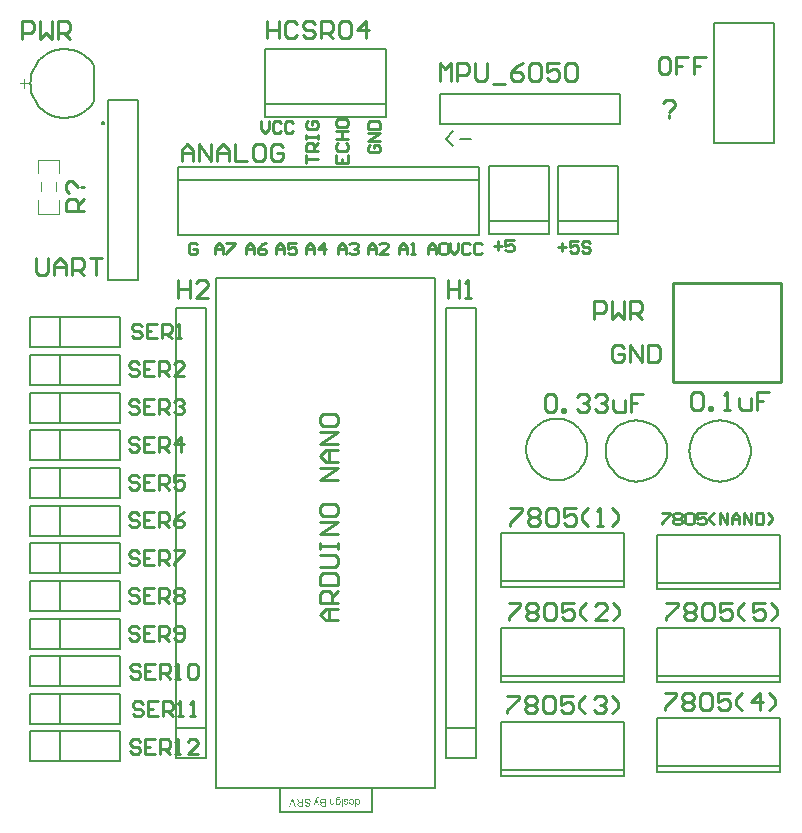
<source format=gto>
%FSTAX23Y23*%
%MOIN*%
%SFA1B1*%

%IPPOS*%
%ADD25C,0.007870*%
%ADD26C,0.005910*%
%ADD27C,0.005000*%
%ADD28C,0.008000*%
%ADD29C,0.002760*%
%ADD30C,0.010000*%
%ADD31C,0.007000*%
%ADD32C,0.004000*%
%ADD33R,0.003940X0.143700*%
%ADD34R,0.004920X0.133860*%
%ADD35R,0.004920X0.122050*%
%ADD36R,0.000980X0.003940*%
%ADD37R,0.000980X0.002950*%
%ADD38R,0.003940X0.109250*%
%ADD39R,0.003940X0.095470*%
%ADD40R,0.003940X0.077760*%
%ADD41R,0.003940X0.054130*%
%LNqudruped_nano-1*%
%LPD*%
G36*
X03885Y00949D02*
X03875D01*
X03874Y00949*
X03874*
X03873Y00949*
X03873Y00949*
X03872Y0095*
X03871Y0095*
X0387Y0095*
X0387*
X0387Y0095*
X0387Y0095*
X0387Y0095*
X03869Y00951*
X03869Y00951*
X03869Y00951*
X03868Y00952*
X03868Y00952*
X03868Y00953*
X03868Y00953*
X03867Y00953*
X03867Y00953*
X03867Y00954*
X03867Y00954*
X03867Y00955*
X03867Y00956*
Y00956*
Y00956*
X03867Y00956*
X03867Y00957*
X03867Y00957*
X03867Y00958*
X03867Y00958*
X03868Y00959*
X03868Y00959*
X03868Y00959*
X03868Y00959*
X03868Y0096*
X03869Y0096*
X03869Y0096*
X0387Y00961*
X0387Y00961*
X0387*
X0387Y00961*
X0387Y00961*
X0387Y00961*
X03869Y00961*
X03869Y00962*
X03868Y00962*
X03868Y00962*
X03867Y00963*
X03867Y00963*
X03867Y00963*
X03867Y00964*
X03866Y00964*
X03866Y00964*
X03866Y00965*
X03866Y00966*
X03866Y00966*
X03865Y00967*
Y00967*
Y00968*
X03866Y00968*
X03866Y00968*
X03866Y00969*
X03866Y00969*
X03866Y0097*
X03866Y00971*
X03866Y00971*
X03866Y00971*
X03867Y00971*
X03867Y00971*
X03867Y00972*
X03867Y00972*
X03868Y00973*
X03868Y00973*
X03868Y00973*
X03868Y00973*
X03869Y00973*
X03869Y00973*
X03869Y00974*
X0387Y00974*
X0387Y00974*
X03871Y00974*
X03871*
X03871Y00974*
X03872Y00974*
X03872Y00974*
X03873Y00974*
X03873Y00974*
X03874Y00975*
X03885*
Y00949*
G37*
G36*
X03914Y00956D02*
X03911D01*
Y00959*
X03911Y00959*
X03911Y00959*
X03911Y00959*
X03911Y00958*
X03911Y00958*
X03911Y00958*
X0391Y00958*
X0391Y00957*
X03909Y00957*
X03909Y00957*
X03909Y00956*
X03908Y00956*
X03908Y00956*
X03907Y00956*
X03906Y00956*
X03906Y00956*
X03905*
X03905Y00956*
X03905Y00956*
X03904Y00956*
X03904Y00956*
X03903Y00956*
X03903Y00956*
X03902Y00956*
X03902Y00957*
X03902Y00957*
X03902Y00957*
X03901Y00957*
X03901Y00957*
X03901Y00958*
X039Y00958*
X039Y00958*
X039Y00958*
X039Y00958*
X039Y00959*
X039Y00959*
X039Y00959*
X039Y0096*
X039Y0096*
Y0096*
X03899Y0096*
X03899Y00961*
X03899Y00961*
Y00961*
X03899Y00962*
X03899Y00963*
Y00963*
Y00975*
X03902*
Y00963*
Y00963*
Y00963*
Y00963*
Y00963*
X03902Y00962*
X03903Y00962*
X03903Y00961*
X03903Y00961*
X03903Y00961*
Y00961*
X03903Y0096*
X03903Y0096*
X03903Y0096*
X03903Y0096*
X03904Y0096*
X03904Y00959*
X03904Y00959*
X03904Y00959*
X03904Y00959*
X03904Y00959*
X03905Y00959*
X03905Y00959*
X03905Y00959*
X03906Y00959*
X03906Y00958*
X03907*
X03907Y00959*
X03907Y00959*
X03908Y00959*
X03908Y00959*
X03909Y00959*
X0391Y0096*
X0391Y0096*
X0391Y0096*
X0391Y0096*
X0391Y00961*
X0391Y00961*
X0391Y00961*
X03911Y00961*
X03911Y00962*
X03911Y00962*
X03911Y00963*
X03911Y00963*
X03911Y00964*
Y00965*
Y00975*
X03914*
Y00956*
G37*
G36*
X03787Y00949D02*
X03784D01*
X03777Y00968*
Y00968*
X03777Y00968*
X03777Y00968*
X03777Y00968*
X03777Y00968*
X03777Y00969*
X03776Y0097*
X03776Y0097*
X03776Y00972*
Y00972*
X03776Y00972*
X03776Y00972*
X03776Y00971*
X03775Y00971*
X03775Y0097*
X03775Y0097*
X03775Y00969*
X03775Y00968*
X03774Y00968*
X03767Y00949*
X03764*
X03774Y00975*
X03777*
X03787Y00949*
G37*
G36*
X03972Y00975D02*
X03972Y00975D01*
X03973Y00975*
X03973Y00975*
X03973Y00975*
X03974Y00974*
X03975Y00974*
X03975Y00974*
X03976Y00974*
X03977Y00973*
X03977Y00973*
X03977Y00972*
X03978Y00972*
X03978Y00972*
X03978Y00972*
X03978Y00972*
X03978Y00972*
X03978Y00971*
X03978Y00971*
X03979Y00971*
X03979Y0097*
X03979Y0097*
X03979Y00969*
X03979Y00969*
X0398Y00968*
X0398Y00967*
X0398Y00966*
X0398Y00966*
Y00966*
Y00965*
Y00965*
X0398Y00965*
X0398Y00964*
X0398Y00964*
X0398Y00963*
X03979Y00963*
X03979Y00962*
X03979Y00961*
X03979Y00961*
X03979Y0096*
X03978Y00959*
X03978Y00959*
X03977Y00958*
X03977Y00958*
X03977Y00958*
X03977Y00958*
X03977Y00958*
X03977Y00958*
X03977Y00958*
X03976Y00957*
X03976Y00957*
X03975Y00957*
X03975Y00957*
X03974Y00956*
X03974Y00956*
X03973Y00956*
X03973Y00956*
X03972Y00956*
X03971Y00956*
X03971*
X03971Y00956*
X0397Y00956*
X0397Y00956*
X0397Y00956*
X03969Y00956*
X03968Y00956*
X03968Y00957*
X03967Y00957*
X03967Y00957*
X03966Y00957*
X03966Y00958*
X03965Y00958*
X03965Y00958*
X03965Y00958*
X03965Y00959*
X03965Y00959*
X03965Y00959*
X03965Y00959*
X03964Y0096*
X03964Y0096*
X03964Y00961*
X03964Y00961*
X03964Y00962*
X03963Y00962*
X03963Y00963*
X03963Y00964*
X03963Y00965*
X03963Y00965*
Y00965*
Y00966*
Y00966*
X03963Y00966*
X03977*
Y00966*
Y00966*
X03977Y00966*
Y00967*
X03977Y00967*
X03977Y00967*
X03976Y00968*
X03976Y00969*
X03976Y00969*
X03975Y0097*
X03975Y00971*
X03975Y00971*
X03975Y00971*
X03974Y00971*
X03974Y00972*
X03973Y00972*
X03973Y00972*
X03972Y00972*
X03971Y00972*
X03971*
X03971Y00972*
X0397Y00972*
X0397Y00972*
X03969Y00972*
X03969Y00972*
X03968Y00972*
X03968Y00971*
X03968Y00971*
X03968Y00971*
X03968Y00971*
X03967Y0097*
X03967Y0097*
X03967Y00969*
X03966Y00969*
X03963Y00969*
Y00969*
X03963Y00969*
X03963Y00969*
X03963Y00969*
X03963Y0097*
X03963Y0097*
X03964Y00971*
X03964Y00971*
X03965Y00972*
X03965Y00973*
X03966Y00973*
X03966*
X03966Y00973*
X03966Y00974*
X03966Y00974*
X03966Y00974*
X03967Y00974*
X03967Y00974*
X03967Y00974*
X03968Y00974*
X03969Y00975*
X0397Y00975*
X03971Y00975*
X03972*
X03972Y00975*
G37*
G36*
X03942Y00956D02*
X03938D01*
Y00975*
X03942*
Y00956*
G37*
G36*
Y00949D02*
X03938D01*
Y00953*
X03942*
Y00949*
G37*
G36*
X03992Y00975D02*
X03992Y00975D01*
X03993Y00975*
X03994Y00975*
X03994Y00974*
X03995Y00974*
X03996Y00974*
X03996*
X03996Y00974*
X03996Y00974*
X03996Y00973*
X03997Y00973*
X03997Y00972*
X03998Y00972*
X03998Y00971*
X03999Y0097*
Y0097*
X03999Y0097*
X03999Y0097*
X03999Y0097*
X03999Y0097*
X03999Y0097*
X03999Y00969*
X03999Y00968*
X03999Y00967*
X03999Y00966*
X04Y00965*
Y00965*
Y00965*
Y00965*
Y00965*
X03999Y00965*
Y00964*
X03999Y00964*
X03999Y00963*
X03999Y00962*
X03999Y00961*
X03999Y0096*
Y0096*
X03999Y0096*
X03999Y0096*
X03998Y0096*
X03998Y0096*
X03998Y00959*
X03998Y00959*
X03997Y00958*
X03997Y00957*
X03996Y00957*
X03996*
X03996Y00957*
X03996Y00957*
X03995Y00957*
X03995Y00956*
X03994Y00956*
X03993Y00956*
X03993Y00956*
X03992Y00956*
X03992*
X03991Y00956*
X03991Y00956*
X0399Y00956*
X0399Y00956*
X03989Y00956*
X03989Y00957*
X03989Y00957*
X03989Y00957*
X03988Y00957*
X03988Y00957*
X03988Y00957*
X03987Y00958*
X03987Y00958*
X03987Y00958*
Y00949*
X03984*
Y00975*
X03987*
Y00972*
X03987Y00972*
X03987Y00972*
X03987Y00972*
X03987Y00973*
X03987Y00973*
X03987Y00973*
X03988Y00973*
X03988Y00974*
X03988Y00974*
X03989Y00974*
X03989Y00974*
X03989Y00975*
X0399Y00975*
X0399Y00975*
X03991Y00975*
X03992Y00975*
X03992*
X03992Y00975*
G37*
G36*
X03928Y00982D02*
X03928D01*
X03928Y00982*
X03929Y00982*
X0393Y00982*
X03931Y00981*
X03932Y00981*
X03932Y0098*
X03932*
X03932Y0098*
X03933Y0098*
X03933Y0098*
X03933Y00979*
X03934Y00979*
X03934Y00978*
X03934Y00977*
X03934Y00977*
Y00976*
X03931Y00976*
Y00977*
X03931Y00977*
X03931Y00977*
X03931Y00977*
X03931Y00978*
X03931Y00978*
X03931Y00978*
X0393Y00978*
X0393Y00978*
X0393Y00979*
X0393Y00979*
X03929Y00979*
X03929Y00979*
X03928Y00979*
X03928Y00979*
X03927Y00979*
X03927*
X03926Y00979*
X03926Y00979*
X03925Y00979*
X03925Y00979*
X03924Y00979*
X03924Y00978*
X03924Y00978*
X03924Y00978*
X03923Y00978*
X03923Y00978*
X03923Y00977*
X03923Y00977*
X03922Y00977*
X03922Y00976*
Y00976*
X03922Y00976*
X03922Y00976*
X03922Y00975*
X03922Y00975*
Y00974*
X03922Y00974*
Y00974*
Y00973*
Y00973*
Y00972*
X03922Y00972*
X03922Y00972*
X03922Y00972*
X03922Y00973*
X03923Y00973*
X03923Y00973*
X03923Y00973*
X03924Y00974*
X03925Y00974*
X03925Y00974*
X03926Y00974*
X03927Y00974*
X03927Y00975*
X03927*
X03928Y00974*
X03928Y00974*
X03928Y00974*
X03929Y00974*
X03929Y00974*
X0393Y00974*
X0393Y00974*
X03931Y00974*
X03931Y00973*
X03932Y00973*
X03932Y00973*
X03932Y00972*
X03933Y00972*
X03933Y00972*
X03933Y00972*
X03933Y00972*
X03933Y00971*
X03933Y00971*
X03934Y00971*
X03934Y0097*
X03934Y0097*
X03934Y0097*
X03934Y00969*
X03934Y00968*
X03935Y00968*
X03935Y00967*
X03935Y00966*
X03935Y00965*
Y00965*
Y00965*
Y00965*
Y00965*
X03935Y00965*
Y00964*
X03935Y00964*
X03935Y00963*
X03935Y00962*
X03934Y00961*
X03934Y0096*
Y0096*
X03934Y0096*
X03934Y0096*
X03934Y0096*
X03934Y0096*
X03933Y00959*
X03933Y00959*
X03932Y00958*
X03932Y00958*
X03931Y00957*
X03931*
X03931Y00957*
X03931Y00957*
X03931Y00957*
X03931Y00957*
X0393Y00956*
X03929Y00956*
X03929Y00956*
X03928Y00956*
X03927Y00956*
X03927*
X03927Y00956*
X03926Y00956*
X03926Y00956*
X03925Y00956*
X03925Y00956*
X03924Y00956*
X03924Y00957*
X03923Y00957*
X03923Y00957*
X03923Y00958*
X03922Y00958*
X03922Y00958*
Y00956*
X03919*
Y00972*
Y00972*
Y00972*
Y00972*
Y00973*
X03919Y00973*
Y00973*
X03919Y00974*
X03919Y00974*
X03919Y00975*
X03919Y00976*
X03919Y00977*
X0392Y00978*
X0392Y00978*
Y00978*
X0392Y00978*
X0392Y00978*
X0392Y00979*
X0392Y00979*
X03921Y0098*
X03921Y0098*
X03922Y0098*
X03922Y00981*
X03923*
X03923Y00981*
X03923Y00981*
X03923Y00981*
X03923Y00981*
X03924Y00981*
X03924Y00982*
X03925Y00982*
X03926Y00982*
X03927Y00982*
X03927*
X03928Y00982*
G37*
G36*
X0386D02*
X0386D01*
X0386Y00982*
X03861Y00982*
X03861Y00982*
X03862Y00979*
X03862*
X03862Y00979*
X03861Y00979*
X03861Y00979*
X03861Y00979*
X0386Y00979*
X0386*
X0386Y00979*
X03859*
X03859Y00979*
X03859Y00979*
X03858Y00979*
X03858*
X03858Y00979*
X03858Y00978*
X03858Y00978*
X03858Y00978*
X03857Y00978*
Y00978*
X03857Y00977*
X03857Y00977*
X03857Y00977*
X03857Y00977*
X03857Y00976*
X03857Y00976*
X03856Y00975*
X03856Y00975*
X03856Y00975*
X03856Y00975*
X03856Y00975*
X03863Y00956*
X0386*
X03856Y00967*
Y00967*
X03856Y00967*
X03856Y00967*
X03856Y00967*
X03856Y00968*
X03855Y00968*
X03855Y00969*
X03855Y00969*
X03855Y0097*
X03855Y00971*
Y00971*
X03855Y00971*
Y00971*
X03854Y00971*
X03854Y0097*
X03854Y0097*
X03854Y00969*
X03854Y00968*
X03854Y00968*
X03853Y00967*
X03849Y00956*
X03846*
X03853Y00975*
Y00975*
X03853Y00975*
X03853Y00975*
X03853Y00975*
X03854Y00976*
X03854Y00976*
X03854Y00976*
X03854Y00977*
X03854Y00978*
X03855Y00978*
X03855Y00979*
X03855Y00979*
X03855Y00979*
X03855Y00979*
X03855Y00979*
X03856Y0098*
X03856Y0098*
X03856Y00981*
X03857Y00981*
X03857Y00981*
X03857Y00981*
X03857Y00981*
X03857Y00981*
X03858Y00982*
X03858Y00982*
X03858Y00982*
X03859Y00982*
X03859Y00982*
X0386*
X0386Y00982*
G37*
G36*
X03825Y00975D02*
X03825D01*
X03825Y00975*
X03826Y00975*
X03827Y00975*
X03828Y00975*
X03829Y00974*
X0383Y00974*
X0383*
X0383Y00974*
X0383Y00974*
X0383Y00974*
X0383Y00974*
X03831Y00973*
X03832Y00973*
X03832Y00972*
X03833Y00972*
X03833Y00971*
Y00971*
X03833Y00971*
X03833Y00971*
X03833Y00971*
X03834Y0097*
X03834Y0097*
X03834Y0097*
X03834Y00969*
X03834Y00968*
X03835Y00967*
X03835Y00966*
X03831Y00966*
Y00966*
Y00966*
X03831Y00966*
X03831Y00967*
X03831Y00967*
X03831Y00968*
X03831Y00968*
X03831Y00969*
X0383Y00969*
X0383Y00969*
X0383Y00969*
X0383Y0097*
X0383Y0097*
X03829Y0097*
X03829Y00971*
X03828Y00971*
X03828Y00971*
X03828*
X03828Y00971*
X03828Y00971*
X03827Y00971*
X03827Y00972*
X03826Y00972*
X03826Y00972*
X03825Y00972*
X03824Y00972*
X03824*
X03823Y00972*
X03823Y00972*
X03822Y00972*
X03822Y00972*
X03821Y00972*
X03821Y00971*
X03821Y00971*
X0382Y00971*
X0382Y00971*
X0382Y00971*
X03819Y00971*
X03819Y00971*
X03819Y0097*
X03818Y0097*
X03818Y0097*
X03818Y0097*
X03818Y00969*
X03818Y00969*
X03818Y00969*
X03818Y00969*
X03818Y00968*
X03818Y00968*
Y00968*
Y00968*
X03818Y00967*
X03818Y00967*
X03818Y00967*
X03818Y00966*
X03818Y00966*
X03818Y00966*
X03818Y00966*
X03819Y00965*
X03819Y00965*
X03819Y00965*
X03819Y00965*
X0382Y00965*
X0382Y00964*
X03821Y00964*
X03821Y00964*
X03821Y00964*
X03821Y00964*
X03821Y00964*
X03822Y00964*
X03822Y00964*
X03822Y00964*
X03823Y00964*
X03823Y00963*
X03823Y00963*
X03824Y00963*
X03825Y00963*
X03825Y00963*
X03825*
X03825Y00963*
X03826Y00963*
X03826Y00963*
X03826Y00963*
X03826Y00963*
X03827Y00962*
X03828Y00962*
X03829Y00962*
X03829Y00962*
X0383Y00961*
X0383Y00961*
X0383*
X0383Y00961*
X0383Y00961*
X03831Y00961*
X03831Y00961*
X03832Y0096*
X03832Y0096*
X03832Y00959*
X03833Y00959*
X03833Y00959*
X03833Y00959*
X03833Y00958*
X03833Y00958*
X03833Y00958*
X03833Y00957*
X03834Y00956*
X03834Y00956*
Y00956*
Y00956*
Y00956*
Y00955*
X03834Y00955*
X03833Y00955*
X03833Y00954*
X03833Y00954*
X03833Y00953*
X03833Y00952*
Y00952*
X03833Y00952*
X03832Y00952*
X03832Y00952*
X03832Y00951*
X03831Y00951*
X03831Y00951*
X0383Y0095*
X03829Y0095*
X03829*
X03829Y0095*
X03829Y0095*
X03829Y0095*
X03829Y0095*
X03829Y00949*
X03828Y00949*
X03827Y00949*
X03827Y00949*
X03826Y00949*
X03825Y00949*
X03824*
X03824Y00949*
X03824*
X03823Y00949*
X03822Y00949*
X03822Y00949*
X03821Y00949*
X0382Y0095*
X0382*
X0382Y0095*
X0382Y0095*
X0382Y0095*
X03819Y0095*
X03819Y0095*
X03818Y00951*
X03818Y00951*
X03817Y00952*
X03817Y00952*
X03817Y00953*
X03816Y00953*
X03816Y00953*
X03816Y00954*
X03816Y00954*
X03816Y00955*
X03815Y00956*
X03815Y00956*
X03818Y00957*
Y00957*
Y00956*
X03819Y00956*
X03819Y00956*
X03819Y00956*
X03819Y00955*
X03819Y00955*
X03819Y00954*
X0382Y00954*
X0382Y00953*
X0382Y00953*
X03821Y00953*
X03821Y00953*
X03821Y00952*
X03822Y00952*
X03823Y00952*
X03824Y00952*
X03825Y00952*
X03825*
X03825Y00952*
X03826*
X03826Y00952*
X03827Y00952*
X03828Y00952*
X03828Y00953*
X03829Y00953*
X03829Y00953*
X03829Y00953*
X03829Y00953*
X03829Y00953*
X0383Y00954*
X0383Y00954*
X0383Y00955*
X0383Y00955*
X0383Y00956*
Y00956*
Y00956*
X0383Y00956*
X0383Y00956*
X0383Y00957*
X0383Y00957*
X0383Y00957*
X03829Y00958*
X03829Y00958*
X03829Y00958*
X03829Y00958*
X03829Y00958*
X03829Y00958*
X03828Y00958*
X03828Y00959*
X03828Y00959*
X03827Y00959*
X03827Y00959*
X03826Y00959*
X03826Y00959*
X03825Y00959*
X03824Y0096*
X03824*
X03824Y0096*
X03824Y0096*
X03824Y0096*
X03823Y0096*
X03823Y0096*
X03822Y0096*
X03821Y0096*
X0382Y00961*
X0382Y00961*
X0382Y00961*
X03819Y00961*
X03819Y00961*
X03819*
X03819Y00961*
X03819Y00961*
X03818Y00961*
X03818Y00962*
X03818Y00962*
X03817Y00962*
X03817Y00963*
X03816Y00963*
X03816Y00964*
X03816Y00964*
X03815Y00964*
X03815Y00964*
X03815Y00965*
X03815Y00965*
X03815Y00966*
X03815Y00967*
X03815Y00967*
Y00967*
Y00967*
Y00968*
Y00968*
X03815Y00968*
X03815Y00969*
X03815Y00969*
X03815Y0097*
X03815Y00971*
X03816Y00971*
X03816Y00971*
X03816Y00972*
X03816Y00972*
X03817Y00972*
X03817Y00973*
X03818Y00973*
X03818Y00974*
X03819Y00974*
X03819*
X03819Y00974*
X03819Y00974*
X03819Y00974*
X0382Y00974*
X0382Y00974*
X0382Y00974*
X03821Y00975*
X03822Y00975*
X03823Y00975*
X03824Y00975*
X03824*
X03825Y00975*
G37*
G36*
X0381Y00949D02*
X03798D01*
X03798Y00949*
X03798*
X03797Y00949*
X03796Y00949*
X03795Y0095*
X03794Y0095*
X03794Y0095*
X03794Y0095*
X03794*
X03794Y0095*
X03793Y0095*
X03793Y0095*
X03793Y00951*
X03792Y00951*
X03792Y00951*
X03791Y00952*
X03791Y00952*
X03791Y00952*
X03791Y00953*
X0379Y00953*
X0379Y00953*
X0379Y00954*
X0379Y00955*
X0379Y00955*
X0379Y00956*
Y00956*
Y00956*
Y00956*
X0379Y00957*
Y00957*
X0379Y00957*
X0379Y00958*
X0379Y00958*
X0379Y00959*
X03791Y0096*
X03791Y0096*
X03792Y00961*
X03792Y00961*
X03792Y00961*
X03792Y00961*
X03792Y00961*
X03792Y00961*
X03793Y00961*
X03793Y00962*
X03793Y00962*
X03794Y00962*
X03794Y00962*
X03795Y00962*
X03795Y00963*
X03796Y00963*
X03796Y00963*
X03797Y00963*
X03797Y00963*
X03797Y00963*
X03796Y00963*
X03796Y00963*
X03795Y00964*
X03795Y00964*
X03795Y00964*
X03795Y00964*
X03795Y00965*
X03794Y00965*
X03794Y00965*
X03794Y00966*
X03793Y00966*
X03793Y00967*
X03792Y00968*
X03788Y00975*
X03792*
X03795Y00969*
Y00969*
X03795Y00969*
X03795Y00969*
X03795Y00969*
X03796Y00969*
X03796Y00968*
X03796Y00967*
X03797Y00967*
X03797Y00966*
X03798Y00966*
X03798Y00966*
X03798Y00966*
X03798Y00965*
X03798Y00965*
X03799Y00965*
X03799Y00964*
X03799Y00964*
X03799Y00964*
X03799Y00964*
X038Y00964*
X038Y00964*
X038Y00964*
X03801Y00963*
X03801*
X03801Y00963*
X03801*
X03801Y00963*
X03802Y00963*
X03802*
X03802Y00963*
X03807*
Y00975*
X0381*
Y00949*
G37*
G36*
X03953Y00975D02*
X03954D01*
X03954Y00975*
X03955Y00975*
X03956Y00975*
X03956Y00974*
X03957Y00974*
X03958Y00974*
X03958Y00973*
X03958*
X03958Y00973*
X03958Y00973*
X03959Y00973*
X03959Y00972*
X03959Y00972*
X0396Y00971*
X0396Y0097*
X0396Y00969*
X03957Y00969*
Y00969*
Y00969*
X03957Y00969*
X03957Y00969*
X03957Y0097*
X03957Y0097*
X03957Y00971*
X03956Y00971*
X03956Y00971*
X03956Y00971*
X03956Y00972*
X03955Y00972*
X03955Y00972*
X03955Y00972*
X03954Y00972*
X03953Y00972*
X03953Y00972*
X03952*
X03952Y00972*
X03951Y00972*
X03951Y00972*
X0395Y00972*
X0395Y00972*
X03949Y00972*
X03949Y00972*
X03949Y00971*
X03949Y00971*
X03949Y00971*
X03949Y00971*
X03949Y0097*
X03948Y0097*
X03948Y00969*
Y00969*
Y00969*
X03948Y00969*
X03949Y00969*
X03949Y00969*
X03949Y00968*
X03949Y00968*
X03949Y00968*
X03949Y00968*
X0395Y00968*
X0395Y00968*
X0395Y00968*
X0395Y00967*
X03951Y00967*
X03951Y00967*
X03952Y00967*
X03952Y00967*
X03953Y00967*
X03953*
X03953Y00967*
X03953Y00967*
X03953Y00967*
X03953Y00967*
X03954Y00966*
X03954Y00966*
X03955Y00966*
X03956Y00966*
X03957Y00966*
X03957Y00965*
X03957Y00965*
X03957Y00965*
X03958Y00965*
X03958Y00965*
X03958Y00965*
X03958Y00965*
X03959Y00964*
X03959Y00964*
X03959Y00964*
X03959Y00964*
X03959Y00963*
X03959Y00963*
X0396Y00963*
X0396Y00962*
X0396Y00962*
X0396Y00962*
X0396Y00961*
Y00961*
Y00961*
X0396Y00961*
X0396Y0096*
X0396Y0096*
X0396Y0096*
X0396Y00959*
X03959Y00959*
X03959Y00959*
X03959Y00959*
X03959Y00958*
X03959Y00958*
X03959Y00958*
X03959Y00958*
X03958Y00957*
X03958Y00957*
X03958Y00957*
X03958Y00957*
X03958Y00957*
X03957Y00957*
X03957Y00957*
X03957Y00956*
X03956Y00956*
X03956Y00956*
X03956*
X03956Y00956*
X03955Y00956*
X03955Y00956*
X03955Y00956*
X03954Y00956*
X03954Y00956*
X03953*
X03952Y00956*
X03952Y00956*
X03951Y00956*
X03951Y00956*
X0395Y00956*
X03949Y00956*
X03949*
X03949Y00956*
X03949Y00957*
X03949Y00957*
X03949Y00957*
X03948Y00957*
X03948Y00957*
X03947Y00958*
X03947Y00958*
X03947Y00958*
X03947Y00958*
X03947Y00959*
X03947Y00959*
X03946Y00959*
X03946Y0096*
X03946Y0096*
X03946Y00961*
X03949Y00961*
Y00961*
X03949Y00961*
X03949Y00961*
X03949Y00961*
X03949Y0096*
X0395Y0096*
X0395Y00959*
X0395Y00959*
X0395Y00959*
X0395Y00959*
X03951Y00959*
X03951Y00959*
X03951Y00959*
X03952Y00958*
X03952Y00958*
X03953Y00958*
X03953*
X03954Y00958*
X03954Y00958*
X03955Y00959*
X03955Y00959*
X03956Y00959*
X03956Y00959*
X03956Y00959*
X03956Y00959*
X03956Y00959*
X03956Y0096*
X03957Y0096*
X03957Y0096*
X03957Y0096*
X03957Y00961*
Y00961*
Y00961*
X03957Y00961*
Y00961*
X03957Y00961*
X03957Y00962*
X03957Y00962*
X03957Y00962*
X03956Y00962*
X03956Y00962*
X03956Y00962*
X03956Y00963*
X03955Y00963*
X03955*
X03955Y00963*
X03955Y00963*
X03955Y00963*
X03955Y00963*
X03954Y00963*
X03953Y00963*
X03953Y00963*
X03953Y00963*
X03953*
X03953Y00963*
X03952Y00964*
X03952Y00964*
X03952Y00964*
X03952Y00964*
X03951Y00964*
X0395Y00964*
X03949Y00964*
X03949Y00965*
X03948Y00965*
X03948Y00965*
X03948Y00965*
X03948Y00965*
X03948Y00965*
X03947Y00965*
X03947Y00966*
X03947Y00966*
X03946Y00966*
X03946Y00967*
X03946Y00967*
X03946Y00967*
X03946Y00967*
X03946Y00967*
X03945Y00968*
X03945Y00968*
X03945Y00969*
X03945Y00969*
Y00969*
Y00969*
X03945Y0097*
X03945Y0097*
X03945Y00971*
X03946Y00971*
X03946Y00972*
X03946Y00972*
X03946Y00972*
X03946Y00972*
X03947Y00973*
X03947Y00973*
X03947Y00973*
X03948Y00974*
X03948Y00974*
X03949Y00974*
X03949Y00974*
X03949Y00974*
X03949Y00974*
X0395Y00975*
X03951Y00975*
X03951Y00975*
X03952Y00975*
X03953Y00975*
X03953*
X03953Y00975*
G37*
%LNqudruped_nano-2*%
%LPC*%
G36*
X03881Y0096D02*
X03875D01*
X03875Y0096*
X03874Y0096*
X03873Y0096*
X03873Y0096*
X03873Y0096*
X03873Y0096*
X03872Y0096*
X03872Y00959*
X03872Y00959*
X03872Y00959*
X03871Y00959*
X03871Y00959*
X03871Y00958*
X03871Y00958*
X03871Y00958*
X0387Y00958*
X0387Y00958*
X0387Y00957*
X0387Y00957*
X0387Y00957*
X0387Y00956*
Y00956*
Y00956*
X0387Y00956*
X0387Y00955*
X0387Y00955*
X0387Y00955*
X0387Y00954*
X03871Y00954*
X03871Y00954*
X03871Y00954*
X03871Y00954*
X03871Y00953*
X03871Y00953*
X03872Y00953*
X03872Y00953*
X03872Y00953*
X03872*
X03873Y00953*
X03873Y00953*
X03873Y00952*
X03874Y00952*
X03874Y00952*
X03875Y00952*
X03881*
Y0096*
G37*
G36*
Y00972D02*
X03874D01*
X03873Y00972*
X03873Y00971*
X03873Y00971*
X03873*
X03872Y00971*
X03872Y00971*
X03872Y00971*
X03871Y00971*
X03871Y00971*
X03871Y00971*
X03871Y00971*
X0387Y00971*
X0387Y0097*
X0387Y0097*
X0387Y0097*
X0387Y0097*
X03869Y00969*
X03869Y00969*
X03869Y00969*
X03869Y00969*
X03869Y00969*
X03869Y00968*
X03869Y00968*
X03869Y00968*
X03869Y00967*
Y00967*
Y00967*
X03869Y00967*
X03869Y00966*
X03869Y00966*
X03869Y00966*
X03869Y00965*
X0387Y00965*
X0387Y00965*
X0387Y00965*
X0387Y00964*
X0387Y00964*
X03871Y00964*
X03871Y00964*
X03871Y00963*
X03872Y00963*
X03872Y00963*
X03872Y00963*
X03872Y00963*
X03873Y00963*
X03873Y00963*
X03874Y00963*
X03875Y00963*
X03881*
Y00972*
G37*
G36*
X03976Y00964D02*
X03966D01*
Y00964*
Y00964*
X03966Y00963*
Y00963*
X03966Y00963*
X03966Y00962*
X03967Y00962*
X03967Y00961*
X03967Y00961*
X03967Y0096*
Y0096*
X03968Y0096*
X03968Y0096*
X03968Y0096*
X03968Y00959*
X03969Y00959*
X0397Y00959*
X0397Y00958*
X03971Y00958*
X03971Y00958*
X03971*
X03972Y00958*
X03972Y00958*
X03973Y00959*
X03973Y00959*
X03974Y00959*
X03974Y00959*
X03975Y0096*
X03975Y0096*
X03975Y0096*
X03975Y0096*
X03976Y00961*
X03976Y00961*
X03976Y00962*
X03976Y00963*
X03976Y00964*
G37*
G36*
X03991Y00972D02*
X03991D01*
X03991Y00972*
X03991Y00972*
X0399Y00972*
X0399Y00972*
X03989Y00972*
X03988Y00971*
X03988Y00971*
X03988Y00971*
Y00971*
X03988Y00971*
X03988Y00971*
X03988Y0097*
X03988Y0097*
X03987Y0097*
X03987Y0097*
X03987Y00969*
X03987Y00969*
X03987Y00969*
X03987Y00968*
X03987Y00968*
X03987Y00967*
X03987Y00967*
X03986Y00966*
Y00966*
Y00966*
Y00966*
Y00965*
X03987Y00965*
Y00965*
X03987Y00964*
X03987Y00964*
X03987Y00963*
X03987Y00962*
X03987Y00961*
X03988Y0096*
X03988Y0096*
Y0096*
X03988Y0096*
X03988Y0096*
X03989Y0096*
X03989Y00959*
X03989Y00959*
X0399Y00959*
X03991Y00958*
X03991Y00958*
X03992*
X03992Y00958*
X03992Y00958*
X03993Y00959*
X03993Y00959*
X03994Y00959*
X03994Y00959*
X03995Y0096*
X03995Y0096*
X03995Y0096*
X03995Y0096*
X03995Y0096*
X03995Y00961*
X03995Y00961*
X03996Y00961*
X03996Y00961*
X03996Y00962*
X03996Y00962*
X03996Y00963*
X03996Y00963*
X03996Y00964*
X03996Y00964*
X03996Y00965*
Y00965*
Y00965*
Y00966*
Y00966*
X03996Y00966*
Y00966*
X03996Y00967*
X03996Y00967*
X03996Y00968*
X03996Y00969*
X03995Y0097*
X03995Y0097*
X03995Y00971*
X03995Y00971*
X03995Y00971*
X03994Y00971*
X03994Y00972*
X03993Y00972*
X03993Y00972*
X03992Y00972*
X03992Y00972*
X03991Y00972*
G37*
G36*
X03927Y00972D02*
X03927D01*
X03926Y00972*
X03926Y00972*
X03926Y00972*
X03925Y00972*
X03924Y00971*
X03924Y00971*
X03923Y0097*
Y0097*
X03923Y0097*
X03923Y0097*
X03923Y0097*
X03923Y0097*
X03923Y0097*
X03923Y00969*
X03922Y00969*
X03922Y00969*
X03922Y00968*
X03922Y00968*
X03922Y00967*
X03922Y00967*
X03922Y00966*
X03922Y00966*
Y00965*
Y00965*
Y00965*
Y00965*
X03922Y00965*
Y00964*
X03922Y00964*
X03922Y00963*
X03922Y00962*
X03922Y00962*
X03923Y00961*
X03923Y0096*
X03923Y0096*
Y0096*
X03923Y0096*
X03924Y0096*
X03924Y0096*
X03924Y00959*
X03925Y00959*
X03925Y00959*
X03926Y00958*
X03926Y00958*
X03927*
X03927Y00958*
X03928Y00958*
X03928Y00959*
X03929Y00959*
X03929Y00959*
X0393Y00959*
X0393Y0096*
X0393Y0096*
X0393Y0096*
X0393Y0096*
X03931Y0096*
X03931Y00961*
X03931Y00961*
X03931Y00961*
X03931Y00961*
X03931Y00962*
X03931Y00962*
X03931Y00962*
X03932Y00963*
X03932Y00964*
X03932Y00965*
Y00965*
Y00965*
Y00965*
X03932Y00966*
Y00966*
X03932Y00966*
X03932Y00967*
X03931Y00968*
X03931Y00969*
X03931Y0097*
X03931Y0097*
X0393Y0097*
X0393Y0097*
X0393Y00971*
X0393Y00971*
X03929Y00971*
X03929Y00971*
X03928Y00972*
X03928Y00972*
X03927Y00972*
X03927Y00972*
G37*
G36*
X03807Y0096D02*
X03799D01*
X03799Y0096*
X03798Y0096*
X03798Y0096*
X03797Y0096*
X03796Y0096*
X03796Y0096*
X03796Y0096*
X03796Y0096*
X03795Y0096*
X03795Y0096*
X03795Y00959*
X03794Y00959*
X03794Y00959*
X03794Y00958*
X03794Y00958*
X03794Y00958*
X03794Y00958*
X03794Y00958*
X03793Y00957*
X03793Y00957*
X03793Y00957*
X03793Y00956*
Y00956*
Y00956*
Y00956*
X03793Y00956*
X03793Y00955*
X03794Y00955*
X03794Y00954*
X03794Y00954*
X03795Y00953*
X03795Y00953*
X03795Y00953*
X03795Y00953*
X03796Y00953*
X03796Y00952*
X03797Y00952*
X03798Y00952*
X03799Y00952*
X03807*
Y0096*
G37*
%LNqudruped_nano-3*%
%LPD*%
G54D25*
X04757Y0214D02*
X04757Y0215D01*
X04756Y02159*
X04753Y02169*
X0475Y02179*
X04745Y02188*
X0474Y02196*
X04734Y02204*
X04728Y02212*
X0472Y02219*
X04712Y02225*
X04703Y0223*
X04694Y02234*
X04685Y02237*
X04675Y0224*
X04665Y02241*
X04655Y02242*
X04645Y02241*
X04635Y0224*
X04625Y02237*
X04616Y02234*
X04607Y0223*
X04598Y02225*
X0459Y02219*
X04583Y02212*
X04576Y02204*
X0457Y02196*
X04565Y02188*
X04561Y02179*
X04557Y02169*
X04555Y02159*
X04553Y0215*
X04553Y0214*
X04553Y02129*
X04555Y0212*
X04557Y0211*
X04561Y021*
X04565Y02091*
X0457Y02083*
X04576Y02075*
X04583Y02067*
X0459Y0206*
X04598Y02054*
X04607Y02049*
X04616Y02045*
X04625Y02042*
X04635Y02039*
X04645Y02038*
X04655Y02037*
X04665Y02038*
X04675Y02039*
X04685Y02042*
X04694Y02045*
X04703Y02049*
X04712Y02054*
X0472Y0206*
X04728Y02067*
X04734Y02075*
X0474Y02083*
X04745Y02091*
X0475Y021*
X04753Y0211*
X04756Y0212*
X04757Y02129*
X04757Y0214*
X05302Y02135D02*
X05301Y02145D01*
X053Y02154*
X05297Y02164*
X05294Y02174*
X0529Y02183*
X05285Y02191*
X05279Y02199*
X05272Y02207*
X05264Y02214*
X05256Y0222*
X05248Y02225*
X05239Y02229*
X05229Y02232*
X05219Y02235*
X0521Y02236*
X052Y02237*
X05189Y02236*
X0518Y02235*
X0517Y02232*
X0516Y02229*
X05151Y02225*
X05143Y0222*
X05135Y02214*
X05127Y02207*
X0512Y02199*
X05114Y02191*
X05109Y02183*
X05105Y02174*
X05102Y02164*
X05099Y02154*
X05098Y02145*
X05097Y02135*
X05098Y02124*
X05099Y02115*
X05102Y02105*
X05105Y02095*
X05109Y02086*
X05114Y02078*
X0512Y0207*
X05127Y02062*
X05135Y02055*
X05143Y02049*
X05151Y02044*
X0516Y0204*
X0517Y02037*
X0518Y02034*
X05189Y02033*
X052Y02032*
X0521Y02033*
X05219Y02034*
X05229Y02037*
X05239Y0204*
X05248Y02044*
X05256Y02049*
X05264Y02055*
X05272Y02062*
X05279Y0207*
X05285Y02078*
X0529Y02086*
X05294Y02095*
X05297Y02105*
X053Y02115*
X05301Y02124*
X05302Y02135*
X05022D02*
X05022Y02145D01*
X05021Y02154*
X05018Y02164*
X05015Y02174*
X0501Y02183*
X05005Y02191*
X04999Y02199*
X04993Y02207*
X04985Y02214*
X04977Y0222*
X04968Y02225*
X04959Y02229*
X0495Y02232*
X0494Y02235*
X0493Y02236*
X0492Y02237*
X0491Y02236*
X049Y02235*
X0489Y02232*
X04881Y02229*
X04872Y02225*
X04863Y0222*
X04855Y02214*
X04848Y02207*
X04841Y02199*
X04835Y02191*
X0483Y02183*
X04826Y02174*
X04822Y02164*
X0482Y02154*
X04818Y02145*
X04818Y02135*
X04818Y02124*
X0482Y02115*
X04822Y02105*
X04826Y02095*
X0483Y02086*
X04835Y02078*
X04841Y0207*
X04848Y02062*
X04855Y02055*
X04863Y02049*
X04872Y02044*
X04881Y0204*
X0489Y02037*
X049Y02034*
X0491Y02033*
X0492Y02032*
X0493Y02033*
X0494Y02034*
X0495Y02037*
X04959Y0204*
X04968Y02044*
X04977Y02049*
X04985Y02055*
X04993Y02062*
X04999Y0207*
X05005Y02078*
X0501Y02086*
X05015Y02095*
X05018Y02105*
X05021Y02115*
X05022Y02124*
X05022Y02135*
X0499Y01675D02*
X05399D01*
X0499D02*
Y01856D01*
X05399*
Y01675D02*
Y01856D01*
X0499Y01695D02*
X05399D01*
X0499Y01365D02*
X05399D01*
X0499D02*
Y01546D01*
X05399*
Y01365D02*
Y01546D01*
X0499Y01385D02*
X05399D01*
X0499Y01065D02*
X05399D01*
X0499D02*
Y01246D01*
X05399*
Y01065D02*
Y01246D01*
X0499Y01085D02*
X05399D01*
X0447Y0105D02*
X04879D01*
X0447D02*
Y01231D01*
X04879*
Y0105D02*
Y01231D01*
X0447Y0107D02*
X04879D01*
X0447Y01365D02*
X04879D01*
X0447D02*
Y01546D01*
X04879*
Y01365D02*
Y01546D01*
X0447Y01385D02*
X04879D01*
X0316Y02705D02*
X0326D01*
Y03305*
X0316D02*
X0326D01*
X0316Y02705D02*
Y03305D01*
X03394Y03039D02*
X04395D01*
X03394Y02854D02*
Y03082D01*
X04395*
Y02854D02*
Y03082D01*
X03394Y02854D02*
X04395D01*
X04429Y029D02*
X0463D01*
Y02857D02*
Y03085D01*
X04429Y02857D02*
X0463D01*
X04429D02*
Y03085D01*
X0463*
X04659Y029D02*
X0486D01*
Y02857D02*
Y03085D01*
X04659Y02857D02*
X0486D01*
X04659D02*
Y03085D01*
X0486*
X0447Y0168D02*
X04879D01*
X0447D02*
Y01861D01*
X04879*
Y0168D02*
Y01861D01*
X0447Y017D02*
X04879D01*
X029Y011D02*
X032D01*
Y012*
X029D02*
X032D01*
X029Y011D02*
Y012D01*
X03Y011D02*
Y012D01*
X029Y01225D02*
X032D01*
Y01325*
X029D02*
X032D01*
X029Y01225D02*
Y01325D01*
X03Y01225D02*
Y01325D01*
X029Y0135D02*
X032D01*
Y0145*
X029D02*
X032D01*
X029Y0135D02*
Y0145D01*
X03Y0135D02*
Y0145D01*
X029Y01476D02*
X032D01*
Y01576*
X029D02*
X032D01*
X029Y01476D02*
Y01576D01*
X03Y01476D02*
Y01576D01*
X029Y01601D02*
X032D01*
Y01701*
X029D02*
X032D01*
X029Y01601D02*
Y01701D01*
X03Y01601D02*
Y01701D01*
X029Y01727D02*
X032D01*
Y01827*
X029D02*
X032D01*
X029Y01727D02*
Y01827D01*
X03Y01727D02*
Y01827D01*
X029Y01852D02*
X032D01*
Y01952*
X029D02*
X032D01*
X029Y01852D02*
Y01952D01*
X03Y01852D02*
Y01952D01*
X029Y01978D02*
X032D01*
Y02078*
X029D02*
X032D01*
X029Y01978D02*
Y02078D01*
X03Y01978D02*
Y02078D01*
X029Y02103D02*
X032D01*
Y02203*
X029D02*
X032D01*
X029Y02103D02*
Y02203D01*
X03Y02103D02*
Y02203D01*
X029Y02229D02*
X032D01*
Y02329*
X029D02*
X032D01*
X029Y02229D02*
Y02329D01*
X03Y02229D02*
Y02329D01*
X029Y02354D02*
X032D01*
Y02454*
X029D02*
X032D01*
X029Y02354D02*
Y02454D01*
X03Y02354D02*
Y02454D01*
X029Y0248D02*
X032D01*
Y0258*
X029D02*
X032D01*
X029Y0248D02*
Y0258D01*
X03Y0248D02*
Y0258D01*
X03385Y0121D02*
X03485D01*
X03385Y0261D02*
X03485D01*
X03385Y0111D02*
X03485D01*
X03385D02*
Y01185D01*
Y0261*
X03485Y0111D02*
Y0261D01*
X04285Y0121D02*
X04385D01*
X04285Y0261D02*
X04385D01*
X04285Y0111D02*
X04385D01*
X04285D02*
Y01185D01*
Y0261*
X04385Y0111D02*
Y0261D01*
X03684Y03475D02*
X04085D01*
X03684Y03247D02*
Y03475D01*
Y03247D02*
X04085D01*
Y03475*
X03684Y0329D02*
X04085D01*
X04865Y03225D02*
Y03325D01*
X04265D02*
X04865D01*
X04265Y03225D02*
Y03325D01*
Y03225D02*
X04865D01*
G54D26*
X03113Y03417D02*
X03108Y03426D01*
X03102Y03433*
X03095Y03441*
X03087Y03447*
X03079Y03453*
X03071Y03459*
X03062Y03463*
X03053Y03467*
X03044Y0347*
X03034Y03472*
X03024Y03473*
X03014Y03474*
X03004Y03473*
X02994Y03472*
X02985Y0347*
X02975Y03467*
X02966Y03463*
X02957Y03458*
X02949Y03453*
X02941Y03447*
X02934Y0344*
X02927Y03433*
X02921Y03425*
X02916Y03416*
X02911Y03408*
X02907Y03398*
X02904Y03389*
X02902Y03379*
X02901Y03369*
X029Y0336*
X02901Y0335*
X02902Y0334*
X02904Y0333*
X02907Y03321*
X02911Y03311*
X02916Y03303*
X02921Y03294*
X02927Y03286*
X02934Y03279*
X02941Y03272*
X02949Y03266*
X02957Y03261*
X02966Y03256*
X02975Y03252*
X02985Y03249*
X02994Y03247*
X03004Y03246*
X03014Y03245*
X03024Y03246*
X03034Y03247*
X03044Y03249*
X03053Y03252*
X03062Y03256*
X03071Y0326*
X03079Y03266*
X03087Y03272*
X03095Y03278*
X03101Y03286*
X03108Y03293*
X03113Y03302*
X03113Y03302D02*
Y03417D01*
G54D27*
X0352Y0271D02*
X0425D01*
Y0101D02*
Y0271D01*
X03731Y0101D02*
X0425D01*
X0352D02*
X03731D01*
X0352D02*
Y0271D01*
X03731Y00931D02*
X04038D01*
X03731D02*
Y0101D01*
X04038Y0093D02*
Y01009D01*
G54D28*
X0538Y0316D02*
Y0356D01*
X0518Y0316D02*
X0538D01*
X0518D02*
Y0356D01*
X0538*
G54D29*
X02925Y02925D02*
X02995D01*
X02925Y03105D02*
X02995D01*
Y0306D02*
Y03105D01*
Y02925D02*
Y0297D01*
X02925Y0306D02*
Y03105D01*
Y02925D02*
Y0297D01*
X02985Y03D02*
Y0303D01*
X02935Y03D02*
Y0303D01*
G54D30*
X05042Y02696D02*
X05404D01*
Y02365D02*
Y02696D01*
X05042Y02365D02*
X05404D01*
X05042D02*
Y02696D01*
X0466Y02814D02*
X04686D01*
X04673Y02828D02*
Y02801D01*
X04726Y02834D02*
X04699D01*
Y02814*
X04713Y02821*
X04719*
X04726Y02814*
Y02801*
X04719Y02795*
X04706*
X04699Y02801*
X04766Y02828D02*
X04759Y02834D01*
X04746*
X04739Y02828*
Y02821*
X04746Y02814*
X04759*
X04766Y02808*
Y02801*
X04759Y02795*
X04746*
X04739Y02801*
X04615Y02314D02*
X04625Y02324D01*
X04644*
X04654Y02314*
Y02275*
X04644Y02265*
X04625*
X04615Y02275*
Y02314*
X04674Y02265D02*
Y02275D01*
X04684*
Y02265*
X04674*
X04724Y02314D02*
X04734Y02324D01*
X04754*
X04764Y02314*
Y02304*
X04754Y02294*
X04744*
X04754*
X04764Y02284*
Y02275*
X04754Y02265*
X04734*
X04724Y02275*
X04784Y02314D02*
X04794Y02324D01*
X04814*
X04824Y02314*
Y02304*
X04814Y02294*
X04804*
X04814*
X04824Y02284*
Y02275*
X04814Y02265*
X04794*
X04784Y02275*
X04844Y02304D02*
Y02275D01*
X04854Y02265*
X04884*
Y02304*
X04944Y02324D02*
X04904D01*
Y02294*
X04924*
X04904*
Y02265*
X03925Y0157D02*
X03885D01*
X03865Y01589*
X03885Y01609*
X03925*
X03895*
Y0157*
X03925Y01629D02*
X03865D01*
Y01659*
X03875Y01669*
X03895*
X03905Y01659*
Y01629*
Y01649D02*
X03925Y01669D01*
X03865Y01689D02*
X03925D01*
Y01719*
X03915Y01729*
X03875*
X03865Y01719*
Y01689*
Y01749D02*
X03915D01*
X03925Y01759*
Y01779*
X03915Y01789*
X03865*
Y01809D02*
Y01829D01*
Y01819*
X03925*
Y01809*
Y01829*
Y01859D02*
X03865D01*
X03925Y01899*
X03865*
Y01949D02*
Y01929D01*
X03875Y01919*
X03915*
X03925Y01929*
Y01949*
X03915Y01959*
X03875*
X03865Y01949*
X03925Y02039D02*
X03865D01*
X03925Y02079*
X03865*
X03925Y02099D02*
X03885D01*
X03865Y02119*
X03885Y02139*
X03925*
X03895*
Y02099*
X03925Y02159D02*
X03865D01*
X03925Y02199*
X03865*
Y02249D02*
Y02229D01*
X03875Y02219*
X03915*
X03925Y02229*
Y02249*
X03915Y02259*
X03875*
X03865Y02249*
X0292Y02779D02*
Y0273D01*
X0293Y0272*
X02949*
X02959Y0273*
Y02779*
X02979Y0272D02*
Y02759D01*
X02999Y02779*
X03019Y02759*
Y0272*
Y02749*
X02979*
X03039Y0272D02*
Y02779D01*
X03069*
X03079Y02769*
Y02749*
X03069Y02739*
X03039*
X03059D02*
X03079Y0272D01*
X03099Y02779D02*
X03139D01*
X03119*
Y0272*
X03267Y01166D02*
X03259Y01174D01*
X03242*
X03234Y01166*
Y01158*
X03242Y01149*
X03259*
X03267Y01141*
Y01133*
X03259Y01125*
X03242*
X03234Y01133*
X03317Y01174D02*
X03284D01*
Y01125*
X03317*
X03284Y01149D02*
X033D01*
X03334Y01125D02*
Y01174D01*
X03359*
X03367Y01166*
Y01149*
X03359Y01141*
X03334*
X0335D02*
X03367Y01125D01*
X03384D02*
X034D01*
X03392*
Y01174*
X03384Y01166*
X03459Y01125D02*
X03425D01*
X03459Y01158*
Y01166*
X0345Y01174*
X03434*
X03425Y01166*
X03275Y01292D02*
X03267Y013D01*
X0325*
X03242Y01292*
Y01284*
X0325Y01275*
X03267*
X03275Y01267*
Y01259*
X03267Y0125*
X0325*
X03242Y01259*
X03325Y013D02*
X03292D01*
Y0125*
X03325*
X03292Y01275D02*
X03309D01*
X03342Y0125D02*
Y013D01*
X03367*
X03375Y01292*
Y01275*
X03367Y01267*
X03342*
X03359D02*
X03375Y0125D01*
X03392D02*
X03409D01*
X034*
Y013*
X03392Y01292*
X03434Y0125D02*
X0345D01*
X03442*
Y013*
X03434Y01292*
X03267Y01418D02*
X03259Y01426D01*
X03242*
X03234Y01418*
Y0141*
X03242Y01401*
X03259*
X03267Y01393*
Y01385*
X03259Y01376*
X03242*
X03234Y01385*
X03317Y01426D02*
X03284D01*
Y01376*
X03317*
X03284Y01401D02*
X033D01*
X03334Y01376D02*
Y01426D01*
X03359*
X03367Y01418*
Y01401*
X03359Y01393*
X03334*
X0335D02*
X03367Y01376D01*
X03384D02*
X034D01*
X03392*
Y01426*
X03384Y01418*
X03425D02*
X03434Y01426D01*
X0345*
X03459Y01418*
Y01385*
X0345Y01376*
X03434*
X03425Y01385*
Y01418*
X03263Y01544D02*
X03254Y01552D01*
X03238*
X0323Y01544*
Y01536*
X03238Y01527*
X03254*
X03263Y01519*
Y01511*
X03254Y01502*
X03238*
X0323Y01511*
X03313Y01552D02*
X03279D01*
Y01502*
X03313*
X03279Y01527D02*
X03296D01*
X03329Y01502D02*
Y01552D01*
X03354*
X03363Y01544*
Y01527*
X03354Y01519*
X03329*
X03346D02*
X03363Y01502D01*
X03379Y01511D02*
X03388Y01502D01*
X03404*
X03413Y01511*
Y01544*
X03404Y01552*
X03388*
X03379Y01544*
Y01536*
X03388Y01527*
X03413*
X03263Y0167D02*
X03254Y01678D01*
X03238*
X0323Y0167*
Y01661*
X03238Y01653*
X03254*
X03263Y01645*
Y01636*
X03254Y01628*
X03238*
X0323Y01636*
X03313Y01678D02*
X03279D01*
Y01628*
X03313*
X03279Y01653D02*
X03296D01*
X03329Y01628D02*
Y01678D01*
X03354*
X03363Y0167*
Y01653*
X03354Y01645*
X03329*
X03346D02*
X03363Y01628D01*
X03379Y0167D02*
X03388Y01678D01*
X03404*
X03413Y0167*
Y01661*
X03404Y01653*
X03413Y01645*
Y01636*
X03404Y01628*
X03388*
X03379Y01636*
Y01645*
X03388Y01653*
X03379Y01661*
Y0167*
X03388Y01653D02*
X03404D01*
X03263Y01796D02*
X03254Y01804D01*
X03238*
X0323Y01796*
Y01787*
X03238Y01779*
X03254*
X03263Y01771*
Y01762*
X03254Y01754*
X03238*
X0323Y01762*
X03313Y01804D02*
X03279D01*
Y01754*
X03313*
X03279Y01779D02*
X03296D01*
X03329Y01754D02*
Y01804D01*
X03354*
X03363Y01796*
Y01779*
X03354Y01771*
X03329*
X03346D02*
X03363Y01754D01*
X03379Y01804D02*
X03413D01*
Y01796*
X03379Y01762*
Y01754*
X03263Y01922D02*
X03254Y0193D01*
X03238*
X0323Y01922*
Y01913*
X03238Y01905*
X03254*
X03263Y01897*
Y01888*
X03254Y0188*
X03238*
X0323Y01888*
X03313Y0193D02*
X03279D01*
Y0188*
X03313*
X03279Y01905D02*
X03296D01*
X03329Y0188D02*
Y0193D01*
X03354*
X03363Y01922*
Y01905*
X03354Y01897*
X03329*
X03346D02*
X03363Y0188D01*
X03413Y0193D02*
X03396Y01922D01*
X03379Y01905*
Y01888*
X03388Y0188*
X03404*
X03413Y01888*
Y01897*
X03404Y01905*
X03379*
X03263Y02048D02*
X03254Y02056D01*
X03238*
X0323Y02048*
Y02039*
X03238Y02031*
X03254*
X03263Y02023*
Y02014*
X03254Y02006*
X03238*
X0323Y02014*
X03313Y02056D02*
X03279D01*
Y02006*
X03313*
X03279Y02031D02*
X03296D01*
X03329Y02006D02*
Y02056D01*
X03354*
X03363Y02048*
Y02031*
X03354Y02023*
X03329*
X03346D02*
X03363Y02006D01*
X03413Y02056D02*
X03379D01*
Y02031*
X03396Y02039*
X03404*
X03413Y02031*
Y02014*
X03404Y02006*
X03388*
X03379Y02014*
X03263Y02173D02*
X03254Y02182D01*
X03238*
X0323Y02173*
Y02165*
X03238Y02157*
X03254*
X03263Y02148*
Y0214*
X03254Y02132*
X03238*
X0323Y0214*
X03313Y02182D02*
X03279D01*
Y02132*
X03313*
X03279Y02157D02*
X03296D01*
X03329Y02132D02*
Y02182D01*
X03354*
X03363Y02173*
Y02157*
X03354Y02148*
X03329*
X03346D02*
X03363Y02132D01*
X03404D02*
Y02182D01*
X03379Y02157*
X03413*
X03263Y02299D02*
X03254Y02308D01*
X03238*
X0323Y02299*
Y02291*
X03238Y02283*
X03254*
X03263Y02274*
Y02266*
X03254Y02258*
X03238*
X0323Y02266*
X03313Y02308D02*
X03279D01*
Y02258*
X03313*
X03279Y02283D02*
X03296D01*
X03329Y02258D02*
Y02308D01*
X03354*
X03363Y02299*
Y02283*
X03354Y02274*
X03329*
X03346D02*
X03363Y02258D01*
X03379Y02299D02*
X03388Y02308D01*
X03404*
X03413Y02299*
Y02291*
X03404Y02283*
X03396*
X03404*
X03413Y02274*
Y02266*
X03404Y02258*
X03388*
X03379Y02266*
X03263Y02425D02*
X03254Y02434D01*
X03238*
X0323Y02425*
Y02417*
X03238Y02409*
X03254*
X03263Y024*
Y02392*
X03254Y02384*
X03238*
X0323Y02392*
X03313Y02434D02*
X03279D01*
Y02384*
X03313*
X03279Y02409D02*
X03296D01*
X03329Y02384D02*
Y02434D01*
X03354*
X03363Y02425*
Y02409*
X03354Y024*
X03329*
X03346D02*
X03363Y02384D01*
X03413D02*
X03379D01*
X03413Y02417*
Y02425*
X03404Y02434*
X03388*
X03379Y02425*
X03271Y02551D02*
X03263Y02559D01*
X03246*
X03238Y02551*
Y02543*
X03246Y02534*
X03263*
X03271Y02526*
Y02518*
X03263Y0251*
X03246*
X03238Y02518*
X03321Y02559D02*
X03288D01*
Y0251*
X03321*
X03288Y02534D02*
X03304D01*
X03338Y0251D02*
Y02559D01*
X03363*
X03371Y02551*
Y02534*
X03363Y02526*
X03338*
X03354D02*
X03371Y0251D01*
X03388D02*
X03404D01*
X03396*
Y02559*
X03388Y02551*
X0308Y02935D02*
X0302D01*
Y02964*
X0303Y02974*
X0305*
X0306Y02964*
Y02935*
Y02954D02*
X0308Y02974D01*
X0303Y02994D02*
X0302Y03004D01*
Y03024*
X0303Y03034*
X0304*
X0306Y03014*
X0307D02*
X0308D01*
X0478Y02575D02*
Y02634D01*
X04809*
X04819Y02624*
Y02604*
X04809Y02594*
X0478*
X04839Y02634D02*
Y02575D01*
X04859Y02594*
X04879Y02575*
Y02634*
X04899Y02575D02*
Y02634D01*
X04929*
X04939Y02624*
Y02604*
X04929Y02594*
X04899*
X04919D02*
X04939Y02575D01*
X02871Y03507D02*
Y03567D01*
X02901*
X02911Y03557*
Y03537*
X02901Y03527*
X02871*
X02931Y03567D02*
Y03507D01*
X02951Y03527*
X02971Y03507*
Y03567*
X02991Y03507D02*
Y03567D01*
X03021*
X03031Y03557*
Y03537*
X03021Y03527*
X02991*
X03011D02*
X03031Y03507D01*
X04265Y03369D02*
Y03428D01*
X04284Y03408*
X04304Y03428*
Y03369*
X04324D02*
Y03428D01*
X04354*
X04364Y03418*
Y03398*
X04354Y03388*
X04324*
X04384Y03428D02*
Y03379D01*
X04394Y03369*
X04414*
X04424Y03379*
Y03428*
X04444Y03359D02*
X04484D01*
X04544Y03428D02*
X04524Y03418D01*
X04504Y03398*
Y03379*
X04514Y03369*
X04534*
X04544Y03379*
Y03388*
X04534Y03398*
X04504*
X04564Y03418D02*
X04574Y03428D01*
X04594*
X04604Y03418*
Y03379*
X04594Y03369*
X04574*
X04564Y03379*
Y03418*
X04664Y03428D02*
X04624D01*
Y03398*
X04644Y03408*
X04654*
X04664Y03398*
Y03379*
X04654Y03369*
X04634*
X04624Y03379*
X04684Y03418D02*
X04694Y03428D01*
X04714*
X04724Y03418*
Y03379*
X04714Y03369*
X04694*
X04684Y03379*
Y03418*
X0369Y03569D02*
Y0351D01*
Y03539*
X03729*
Y03569*
Y0351*
X03789Y03559D02*
X03779Y03569D01*
X03759*
X03749Y03559*
Y0352*
X03759Y0351*
X03779*
X03789Y0352*
X03849Y03559D02*
X03839Y03569D01*
X03819*
X03809Y03559*
Y03549*
X03819Y03539*
X03839*
X03849Y03529*
Y0352*
X03839Y0351*
X03819*
X03809Y0352*
X03869Y0351D02*
Y03569D01*
X03899*
X03909Y03559*
Y03539*
X03899Y03529*
X03869*
X03889D02*
X03909Y0351D01*
X03929Y03559D02*
X03939Y03569D01*
X03959*
X03969Y03559*
Y0352*
X03959Y0351*
X03939*
X03929Y0352*
Y03559*
X04019Y0351D02*
Y03569D01*
X03989Y03539*
X04029*
X03391Y02703D02*
Y02643D01*
Y02673*
X03431*
Y02703*
Y02643*
X03491D02*
X03451D01*
X03491Y02683*
Y02693*
X03481Y02703*
X03461*
X03451Y02693*
X04291Y02703D02*
Y02644D01*
Y02673*
X0433*
Y02703*
Y02644*
X0435D02*
X0437D01*
X0436*
Y02703*
X0435Y02693*
X04445Y02819D02*
X04471D01*
X04458Y02833D02*
Y02806D01*
X04511Y02839D02*
X04484D01*
Y02819*
X04498Y02826*
X04504*
X04511Y02819*
Y02806*
X04504Y028*
X04491*
X04484Y02806*
X03405Y031D02*
Y03139D01*
X03424Y03159*
X03444Y03139*
Y031*
Y03129*
X03405*
X03464Y031D02*
Y03159D01*
X03504Y031*
Y03159*
X03524Y031D02*
Y03139D01*
X03544Y03159*
X03564Y03139*
Y031*
Y03129*
X03524*
X03584Y03159D02*
Y031D01*
X03624*
X03674Y03159D02*
X03654D01*
X03644Y03149*
Y0311*
X03654Y031*
X03674*
X03684Y0311*
Y03149*
X03674Y03159*
X03744Y03149D02*
X03734Y03159D01*
X03714*
X03704Y03149*
Y0311*
X03714Y031*
X03734*
X03744Y0311*
Y03129*
X03724*
X0501Y03294D02*
X0502Y03304D01*
X05039*
X05049Y03294*
Y03284*
X05029Y03264*
Y03255D02*
Y03245D01*
X05005Y01929D02*
X05031D01*
Y01923*
X05005Y01896*
Y0189*
X05044Y01923D02*
X05051Y01929D01*
X05064*
X05071Y01923*
Y01916*
X05064Y01909*
X05071Y01903*
Y01896*
X05064Y0189*
X05051*
X05044Y01896*
Y01903*
X05051Y01909*
X05044Y01916*
Y01923*
X05051Y01909D02*
X05064D01*
X05084Y01923D02*
X05091Y01929D01*
X05104*
X05111Y01923*
Y01896*
X05104Y0189*
X05091*
X05084Y01896*
Y01923*
X05151Y01929D02*
X05124D01*
Y01909*
X05138Y01916*
X05144*
X05151Y01909*
Y01896*
X05144Y0189*
X05131*
X05124Y01896*
X05178Y0189D02*
X05164Y01903D01*
Y01916*
X05178Y01929*
X05198Y0189D02*
Y01929D01*
X05224Y0189*
Y01929*
X05238Y0189D02*
Y01916D01*
X05251Y01929*
X05264Y01916*
Y0189*
Y01909*
X05238*
X05278Y0189D02*
Y01929D01*
X05304Y0189*
Y01929*
X05338D02*
X05324D01*
X05318Y01923*
Y01896*
X05324Y0189*
X05338*
X05344Y01896*
Y01923*
X05338Y01929*
X05358Y0189D02*
X05371Y01903D01*
Y01916*
X05358Y01929*
X0502Y01629D02*
X05059D01*
Y01619*
X0502Y0158*
Y0157*
X05079Y01619D02*
X05089Y01629D01*
X05109*
X05119Y01619*
Y01609*
X05109Y01599*
X05119Y01589*
Y0158*
X05109Y0157*
X05089*
X05079Y0158*
Y01589*
X05089Y01599*
X05079Y01609*
Y01619*
X05089Y01599D02*
X05109D01*
X05139Y01619D02*
X05149Y01629D01*
X05169*
X05179Y01619*
Y0158*
X05169Y0157*
X05149*
X05139Y0158*
Y01619*
X05239Y01629D02*
X05199D01*
Y01599*
X05219Y01609*
X05229*
X05239Y01599*
Y0158*
X05229Y0157*
X05209*
X05199Y0158*
X05279Y0157D02*
X05259Y01589D01*
Y01609*
X05279Y01629*
X05349D02*
X05309D01*
Y01599*
X05329Y01609*
X05339*
X05349Y01599*
Y0158*
X05339Y0157*
X05319*
X05309Y0158*
X05369Y0157D02*
X05389Y01589D01*
Y01609*
X05369Y01629*
X05015Y01329D02*
X05054D01*
Y01319*
X05015Y0128*
Y0127*
X05074Y01319D02*
X05084Y01329D01*
X05104*
X05114Y01319*
Y01309*
X05104Y01299*
X05114Y01289*
Y0128*
X05104Y0127*
X05084*
X05074Y0128*
Y01289*
X05084Y01299*
X05074Y01309*
Y01319*
X05084Y01299D02*
X05104D01*
X05134Y01319D02*
X05144Y01329D01*
X05164*
X05174Y01319*
Y0128*
X05164Y0127*
X05144*
X05134Y0128*
Y01319*
X05234Y01329D02*
X05194D01*
Y01299*
X05214Y01309*
X05224*
X05234Y01299*
Y0128*
X05224Y0127*
X05204*
X05194Y0128*
X05274Y0127D02*
X05254Y01289D01*
Y01309*
X05274Y01329*
X05334Y0127D02*
Y01329D01*
X05304Y01299*
X05344*
X05364Y0127D02*
X05384Y01289D01*
Y01309*
X05364Y01329*
X0449Y01319D02*
X04529D01*
Y01309*
X0449Y0127*
Y0126*
X04549Y01309D02*
X04559Y01319D01*
X04579*
X04589Y01309*
Y01299*
X04579Y01289*
X04589Y01279*
Y0127*
X04579Y0126*
X04559*
X04549Y0127*
Y01279*
X04559Y01289*
X04549Y01299*
Y01309*
X04559Y01289D02*
X04579D01*
X04609Y01309D02*
X04619Y01319D01*
X04639*
X04649Y01309*
Y0127*
X04639Y0126*
X04619*
X04609Y0127*
Y01309*
X04709Y01319D02*
X04669D01*
Y01289*
X04689Y01299*
X04699*
X04709Y01289*
Y0127*
X04699Y0126*
X04679*
X04669Y0127*
X04749Y0126D02*
X04729Y01279D01*
Y01299*
X04749Y01319*
X04779Y01309D02*
X04789Y01319D01*
X04809*
X04819Y01309*
Y01299*
X04809Y01289*
X04799*
X04809*
X04819Y01279*
Y0127*
X04809Y0126*
X04789*
X04779Y0127*
X04839Y0126D02*
X04859Y01279D01*
Y01299*
X04839Y01319*
X04495Y01629D02*
X04534D01*
Y01619*
X04495Y0158*
Y0157*
X04554Y01619D02*
X04564Y01629D01*
X04584*
X04594Y01619*
Y01609*
X04584Y01599*
X04594Y01589*
Y0158*
X04584Y0157*
X04564*
X04554Y0158*
Y01589*
X04564Y01599*
X04554Y01609*
Y01619*
X04564Y01599D02*
X04584D01*
X04614Y01619D02*
X04624Y01629D01*
X04644*
X04654Y01619*
Y0158*
X04644Y0157*
X04624*
X04614Y0158*
Y01619*
X04714Y01629D02*
X04674D01*
Y01599*
X04694Y01609*
X04704*
X04714Y01599*
Y0158*
X04704Y0157*
X04684*
X04674Y0158*
X04754Y0157D02*
X04734Y01589D01*
Y01609*
X04754Y01629*
X04824Y0157D02*
X04784D01*
X04824Y01609*
Y01619*
X04814Y01629*
X04794*
X04784Y01619*
X04844Y0157D02*
X04864Y01589D01*
Y01609*
X04844Y01629*
X045Y01944D02*
X04539D01*
Y01934*
X045Y01895*
Y01885*
X04559Y01934D02*
X04569Y01944D01*
X04589*
X04599Y01934*
Y01924*
X04589Y01914*
X04599Y01904*
Y01895*
X04589Y01885*
X04569*
X04559Y01895*
Y01904*
X04569Y01914*
X04559Y01924*
Y01934*
X04569Y01914D02*
X04589D01*
X04619Y01934D02*
X04629Y01944D01*
X04649*
X04659Y01934*
Y01895*
X04649Y01885*
X04629*
X04619Y01895*
Y01934*
X04719Y01944D02*
X04679D01*
Y01914*
X04699Y01924*
X04709*
X04719Y01914*
Y01895*
X04709Y01885*
X04689*
X04679Y01895*
X04759Y01885D02*
X04739Y01904D01*
Y01924*
X04759Y01944*
X04789Y01885D02*
X04809D01*
X04799*
Y01944*
X04789Y01934*
X04839Y01885D02*
X04859Y01904D01*
Y01924*
X04839Y01944*
X05104Y0232D02*
X05114Y0233D01*
X05133*
X05143Y0232*
Y02281*
X05133Y02271*
X05114*
X05104Y02281*
Y0232*
X05163Y02271D02*
Y02281D01*
X05173*
Y02271*
X05163*
X05213D02*
X05233D01*
X05223*
Y0233*
X05213Y0232*
X05263Y0231D02*
Y02281D01*
X05273Y02271*
X05303*
Y0231*
X05363Y0233D02*
X05323D01*
Y023*
X05343*
X05323*
Y02271*
X05024Y03449D02*
X05005D01*
X04995Y03439*
Y034*
X05005Y0339*
X05024*
X05034Y034*
Y03439*
X05024Y03449*
X05094D02*
X05054D01*
Y03419*
X05074*
X05054*
Y0339*
X05154Y03449D02*
X05114D01*
Y03419*
X05134*
X05114*
Y0339*
X04031Y03156D02*
X04025Y03149D01*
Y03136*
X04031Y0313*
X04058*
X04065Y03136*
Y03149*
X04058Y03156*
X04045*
Y03143*
X04065Y03169D02*
X04025D01*
X04065Y03196*
X04025*
Y03209D02*
X04065D01*
Y03229*
X04058Y03236*
X04031*
X04025Y03229*
Y03209*
X0392Y03121D02*
Y03095D01*
X0396*
Y03121*
X0394Y03095D02*
Y03108D01*
X03926Y03161D02*
X0392Y03154D01*
Y03141*
X03926Y03134*
X03953*
X0396Y03141*
Y03154*
X03953Y03161*
X0392Y03174D02*
X0396D01*
X0394*
Y03201*
X0392*
X0396*
X0392Y03234D02*
Y03221D01*
X03926Y03214*
X03953*
X0396Y03221*
Y03234*
X03953Y03241*
X03926*
X0392Y03234*
X0382Y03095D02*
Y03121D01*
Y03108*
X0386*
Y03134D02*
X0382D01*
Y03154*
X03826Y03161*
X0384*
X03846Y03154*
Y03134*
Y03148D02*
X0386Y03161D01*
X0382Y03174D02*
Y03188D01*
Y03181*
X0386*
Y03174*
Y03188*
X03826Y03234D02*
X0382Y03228D01*
Y03214*
X03826Y03208*
X03853*
X0386Y03214*
Y03228*
X03853Y03234*
X0384*
Y03221*
X0367Y03234D02*
Y03208D01*
X03683Y03195*
X03696Y03208*
Y03234*
X03736Y03228D02*
X03729Y03234D01*
X03716*
X03709Y03228*
Y03201*
X03716Y03195*
X03729*
X03736Y03201*
X03776Y03228D02*
X03769Y03234D01*
X03756*
X03749Y03228*
Y03201*
X03756Y03195*
X03769*
X03776Y03201*
X043Y02829D02*
Y02803D01*
X04313Y0279*
X04326Y02803*
Y02829*
X04366Y02823D02*
X04359Y02829D01*
X04346*
X04339Y02823*
Y02796*
X04346Y0279*
X04359*
X04366Y02796*
X04406Y02823D02*
X04399Y02829D01*
X04386*
X04379Y02823*
Y02796*
X04386Y0279*
X04399*
X04406Y02796*
X03456Y02823D02*
X03449Y02829D01*
X03436*
X0343Y02823*
Y02796*
X03436Y0279*
X03449*
X03456Y02796*
Y02809*
X03443*
X04225Y0279D02*
Y02816D01*
X04238Y02829*
X04251Y02816*
Y0279*
Y02809*
X04225*
X04264Y02823D02*
X04271Y02829D01*
X04284*
X04291Y02823*
Y02796*
X04284Y0279*
X04271*
X04264Y02796*
Y02823*
X0413Y0279D02*
Y02816D01*
X04143Y02829*
X04156Y02816*
Y0279*
Y02809*
X0413*
X04169Y0279D02*
X04183D01*
X04176*
Y02829*
X04169Y02823*
X04025Y0279D02*
Y02816D01*
X04038Y02829*
X04051Y02816*
Y0279*
Y02809*
X04025*
X04091Y0279D02*
X04064D01*
X04091Y02816*
Y02823*
X04084Y02829*
X04071*
X04064Y02823*
X03925Y0279D02*
Y02816D01*
X03938Y02829*
X03951Y02816*
Y0279*
Y02809*
X03925*
X03964Y02823D02*
X03971Y02829D01*
X03984*
X03991Y02823*
Y02816*
X03984Y02809*
X03978*
X03984*
X03991Y02803*
Y02796*
X03984Y0279*
X03971*
X03964Y02796*
X0382Y0279D02*
Y02816D01*
X03833Y02829*
X03846Y02816*
Y0279*
Y02809*
X0382*
X03879Y0279D02*
Y02829D01*
X03859Y02809*
X03886*
X0372Y0279D02*
Y02816D01*
X03733Y02829*
X03746Y02816*
Y0279*
Y02809*
X0372*
X03786Y02829D02*
X03759D01*
Y02809*
X03773Y02816*
X03779*
X03786Y02809*
Y02796*
X03779Y0279*
X03766*
X03759Y02796*
X0362Y0279D02*
Y02816D01*
X03633Y02829*
X03646Y02816*
Y0279*
Y02809*
X0362*
X03686Y02829D02*
X03673Y02823D01*
X03659Y02809*
Y02796*
X03666Y0279*
X03679*
X03686Y02796*
Y02803*
X03679Y02809*
X03659*
X03515Y0279D02*
Y02816D01*
X03528Y02829*
X03541Y02816*
Y0279*
Y02809*
X03515*
X03554Y02829D02*
X03581D01*
Y02823*
X03554Y02796*
Y0279*
X04879Y02479D02*
X04869Y02489D01*
X0485*
X0484Y02479*
Y0244*
X0485Y0243*
X04869*
X04879Y0244*
Y02459*
X04859*
X04899Y0243D02*
Y02489D01*
X04939Y0243*
Y02489*
X04959D02*
Y0243D01*
X04989*
X04999Y0244*
Y02479*
X04989Y02489*
X04959*
G54D31*
X03147Y03224D02*
X03138D01*
Y03232*
X03147*
Y03224*
X04309Y032D02*
X04285Y03175D01*
X04309Y0315*
X04334Y03175D02*
X04368D01*
G54D32*
X02865Y0336D02*
X02891D01*
X02878Y03373D02*
Y03346D01*
G54D33*
X04728Y02139D03*
X05127Y02135D03*
X04847D03*
G54D34*
X04732Y0214D03*
X05122Y02135D03*
X04843D03*
G54D35*
X04737Y0214D03*
X05117Y02135D03*
X04838D03*
G54D36*
X04748Y0218D03*
X05106Y02094D03*
X04827D03*
G54D37*
X04752Y02168D03*
X05103Y02106D03*
X04823D03*
G54D38*
X04742Y02139D03*
X05113Y02135D03*
X04834D03*
G54D39*
X04746Y02139D03*
X05109Y02135D03*
X0483D03*
G54D40*
X0475Y02139D03*
X05105Y02135D03*
X04826D03*
G54D41*
X04754Y02139D03*
X05101Y02135D03*
X04822D03*
M02*
</source>
